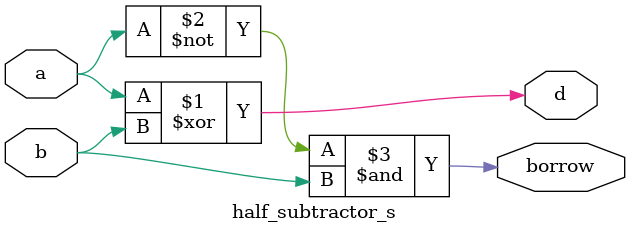
<source format=v>
module half_subtractor_s(
    input a,
    input b,
    output d,
    output borrow
    );
    
    xor(d, a, b);
    and(borrow, ~a, b);
    
endmodule

</source>
